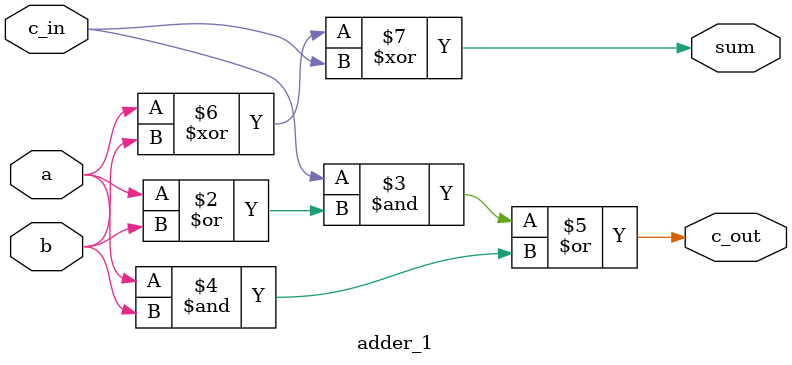
<source format=sv>
/*
  a 1 bit addder that we can daisy chain for 
  ripple carry adders
*/

module adder_1(a, b, c_in, sum, c_out);

input wire a, b, c_in;
output logic sum, c_out;

always_comb begin : adder_gates

  c_out = ( c_in & (a | b) ) | (a & b);
  sum = (a ^ b) ^ c_in;
  
end

endmodule

</source>
